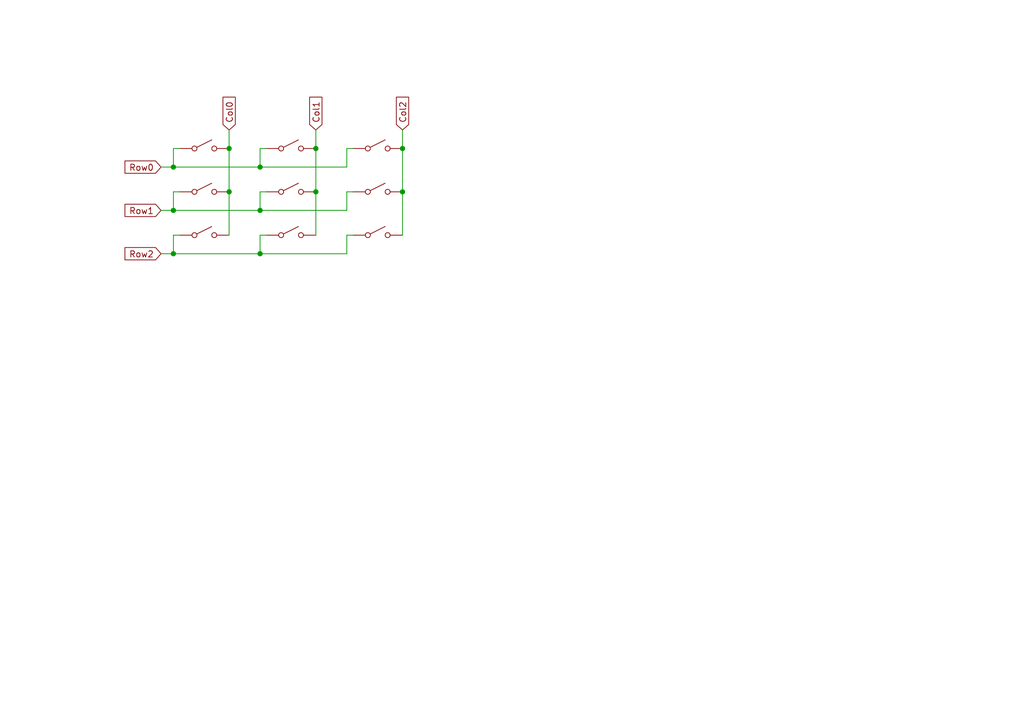
<source format=kicad_sch>
(kicad_sch (version 20211123) (generator eeschema)
  (paper "A5")
  (lib_symbols
    (symbol "Switch:SW_SPST" (pin_numbers hide) (pin_names (offset 0) hide)
      (property "Reference" "SW" (at 0 3.175 0))
      (property "Value" "SW_SPST" (at 0 -2.54 0))
      (symbol "SW_SPST_0_0"
        (circle (center -2.032 0) (radius 0.508))
        (polyline (pts (xy -1.524 0.254) (xy 1.524 1.778)))
        (circle (center 2.032 0) (radius 0.508))
      )
      (symbol "SW_SPST_1_1"
        (pin passive line (at -5.08 0 0) (length 2.54) (name "A") (number "1"))
        (pin passive line (at 5.08 0 180) (length 2.54) (name "B") (number "2"))
      )
    )
  )
  (junction (at 35.56 34.29))
  (junction (at 46.99 30.48))
  (junction (at 53.34 52.07))
  (junction (at 82.55 39.37))
  (junction (at 53.34 34.29))
  (junction (at 46.99 39.37))
  (junction (at 35.56 43.18))
  (junction (at 35.56 52.07))
  (junction (at 64.77 39.37))
  (junction (at 64.77 30.48))
  (junction (at 82.55 30.48))
  (junction (at 53.34 43.18))
  (wire (pts (xy 35.56 39.37) (xy 35.56 43.18)))
  (wire (pts (xy 33.02 52.07) (xy 35.56 52.07)))
  (wire (pts (xy 53.34 52.07) (xy 71.12 52.07)))
  (wire (pts (xy 33.02 43.18) (xy 35.56 43.18)))
  (wire (pts (xy 71.12 48.26) (xy 72.39 48.26)))
  (wire (pts (xy 35.56 48.26) (xy 36.83 48.26)))
  (wire (pts (xy 53.34 30.48) (xy 54.61 30.48)))
  (wire (pts (xy 46.99 26.67) (xy 46.99 30.48)))
  (wire (pts (xy 35.56 48.26) (xy 35.56 52.07)))
  (wire (pts (xy 35.56 52.07) (xy 53.34 52.07)))
  (wire (pts (xy 53.34 48.26) (xy 54.61 48.26)))
  (wire (pts (xy 64.77 26.67) (xy 64.77 30.48)))
  (wire (pts (xy 71.12 30.48) (xy 71.12 34.29)))
  (wire (pts (xy 82.55 26.67) (xy 82.55 30.48)))
  (wire (pts (xy 64.77 39.37) (xy 64.77 48.26)))
  (wire (pts (xy 53.34 34.29) (xy 71.12 34.29)))
  (wire (pts (xy 46.99 39.37) (xy 46.99 48.26)))
  (wire (pts (xy 46.99 30.48) (xy 46.99 39.37)))
  (wire (pts (xy 35.56 30.48) (xy 35.56 34.29)))
  (wire (pts (xy 82.55 30.48) (xy 82.55 39.37)))
  (wire (pts (xy 82.55 39.37) (xy 82.55 48.26)))
  (wire (pts (xy 71.12 48.26) (xy 71.12 52.07)))
  (wire (pts (xy 71.12 39.37) (xy 72.39 39.37)))
  (wire (pts (xy 35.56 30.48) (xy 36.83 30.48)))
  (wire (pts (xy 53.34 48.26) (xy 53.34 52.07)))
  (wire (pts (xy 71.12 39.37) (xy 71.12 43.18)))
  (wire (pts (xy 53.34 43.18) (xy 71.12 43.18)))
  (wire (pts (xy 35.56 39.37) (xy 36.83 39.37)))
  (wire (pts (xy 53.34 39.37) (xy 54.61 39.37)))
  (wire (pts (xy 64.77 30.48) (xy 64.77 39.37)))
  (wire (pts (xy 53.34 30.48) (xy 53.34 34.29)))
  (wire (pts (xy 35.56 43.18) (xy 53.34 43.18)))
  (wire (pts (xy 53.34 39.37) (xy 53.34 43.18)))
  (wire (pts (xy 33.02 34.29) (xy 35.56 34.29)))
  (wire (pts (xy 35.56 34.29) (xy 53.34 34.29)))
  (wire (pts (xy 71.12 30.48) (xy 72.39 30.48)))
  (global_label "Row1" (shape input) (at 33.02 43.18 180) (property "Intersheet References" "${INTERSHEET_REFS}" (effects hide)))
  (global_label "Row2" (shape input) (at 33.02 52.07 180) (property "Intersheet References" "${INTERSHEET_REFS}" (effects hide)))
  (global_label "Row0" (shape input) (at 33.02 34.29 180) (property "Intersheet References" "${INTERSHEET_REFS}" (effects hide)))
  (global_label "Col1" (shape input) (at 64.77 26.67 90) (property "Intersheet References" "${INTERSHEET_REFS}" (effects hide)))
  (global_label "Col0" (shape input) (at 46.99 26.67 90) (property "Intersheet References" "${INTERSHEET_REFS}" (effects hide)))
  (global_label "Col2" (shape input) (at 82.55 26.67 90) (property "Intersheet References" "${INTERSHEET_REFS}" (effects hide)))
  (symbol (lib_id "Switch:SW_SPST") (at 59.69 48.26 0) (unit 1)
    (property "Reference" "SW?" (effects hide))
    (property "Value" "SW_SPST" (effects hide))
  )
  (symbol (lib_id "Switch:SW_SPST") (at 41.91 30.48 0) (unit 1)
    (property "Reference" "SW?" (effects hide))
    (property "Value" "SW_SPST" (effects hide))
  )
  (symbol (lib_id "Switch:SW_SPST") (at 77.47 39.37 0) (unit 1)
    (property "Reference" "SW?" (effects hide))
    (property "Value" "SW_SPST" (effects hide))
  )
  (symbol (lib_id "Switch:SW_SPST") (at 59.69 39.37 0) (unit 1)
    (property "Reference" "SW?" (effects hide))
    (property "Value" "SW_SPST" (effects hide))
  )
  (symbol (lib_id "Switch:SW_SPST") (at 41.91 39.37 0) (unit 1)
    (property "Reference" "SW?" (effects hide))
    (property "Value" "SW_SPST" (effects hide))
  )
  (symbol (lib_id "Switch:SW_SPST") (at 77.47 30.48 0) (unit 1)
    (property "Reference" "SW?" (effects hide))
    (property "Value" "SW_SPST" (effects hide))
  )
  (symbol (lib_id "Switch:SW_SPST") (at 59.69 30.48 0) (unit 1)
    (property "Reference" "SW?" (effects hide))
    (property "Value" "SW_SPST" (effects hide))
  )
  (symbol (lib_id "Switch:SW_SPST") (at 77.47 48.26 0) (unit 1)
    (property "Reference" "SW?" (effects hide))
    (property "Value" "SW_SPST" (effects hide))
  )
  (symbol (lib_id "Switch:SW_SPST") (at 41.91 48.26 0) (unit 1)
    (property "Reference" "SW?" (effects hide))
    (property "Value" "SW_SPST" (effects hide))
  )
)
</source>
